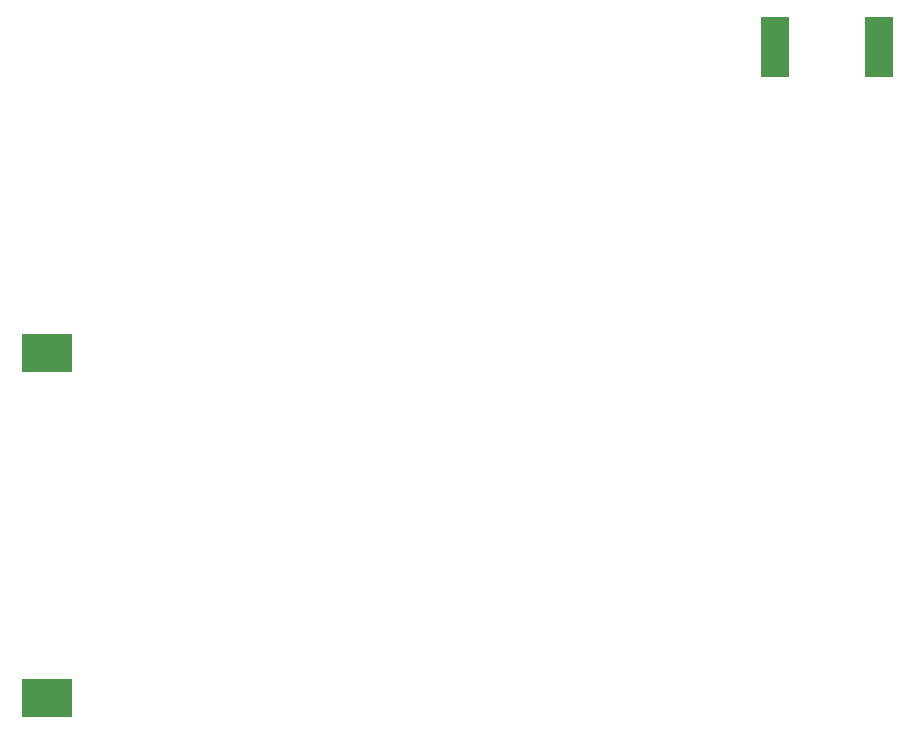
<source format=gbp>
G04 #@! TF.GenerationSoftware,KiCad,Pcbnew,9.0.5*
G04 #@! TF.CreationDate,2026-01-31T11:44:17-08:00*
G04 #@! TF.ProjectId,PocketFT8Xcvr,506f636b-6574-4465-9438-586376722e6b,rev?*
G04 #@! TF.SameCoordinates,Original*
G04 #@! TF.FileFunction,Paste,Bot*
G04 #@! TF.FilePolarity,Positive*
%FSLAX46Y46*%
G04 Gerber Fmt 4.6, Leading zero omitted, Abs format (unit mm)*
G04 Created by KiCad (PCBNEW 9.0.5) date 2026-01-31 11:44:17*
%MOMM*%
%LPD*%
G01*
G04 APERTURE LIST*
%ADD10R,2.413000X5.080000*%
%ADD11R,4.318000X3.302000*%
G04 APERTURE END LIST*
D10*
X183537000Y-53460000D03*
X192300000Y-53460000D03*
D11*
X121920000Y-108585000D03*
X121920000Y-79375000D03*
M02*

</source>
